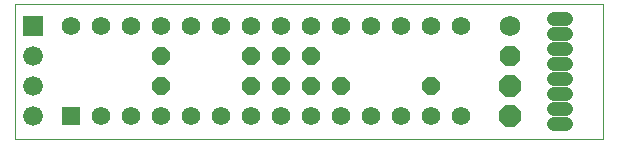
<source format=gts>
G75*
%MOIN*%
%OFA0B0*%
%FSLAX25Y25*%
%IPPOS*%
%LPD*%
%AMOC8*
5,1,8,0,0,1.08239X$1,22.5*
%
%ADD10C,0.00000*%
%ADD11R,0.06200X0.06200*%
%ADD12C,0.06200*%
%ADD13OC8,0.05800*%
%ADD14OC8,0.06900*%
%ADD15C,0.06900*%
%ADD16OC8,0.07200*%
%ADD17R,0.06600X0.06600*%
%ADD18C,0.06600*%
%ADD19C,0.04600*%
D10*
X0042595Y0003750D02*
X0042595Y0048750D01*
X0238845Y0048750D01*
X0238845Y0003750D01*
X0042595Y0003750D01*
D11*
X0061345Y0011250D03*
D12*
X0071345Y0011250D03*
X0081345Y0011250D03*
X0091345Y0011250D03*
X0101345Y0011250D03*
X0111345Y0011250D03*
X0121345Y0011250D03*
X0131345Y0011250D03*
X0141345Y0011250D03*
X0151345Y0011250D03*
X0161345Y0011250D03*
X0171345Y0011250D03*
X0181345Y0011250D03*
X0191345Y0011250D03*
X0191345Y0041250D03*
X0181345Y0041250D03*
X0171345Y0041250D03*
X0161345Y0041250D03*
X0151345Y0041250D03*
X0141345Y0041250D03*
X0131345Y0041250D03*
X0121345Y0041250D03*
X0111345Y0041250D03*
X0101345Y0041250D03*
X0091345Y0041250D03*
X0081345Y0041250D03*
X0071345Y0041250D03*
X0061345Y0041250D03*
D13*
X0091345Y0031250D03*
X0091345Y0021250D03*
X0121345Y0021250D03*
X0131345Y0021250D03*
X0141345Y0021250D03*
X0151345Y0021250D03*
X0141345Y0031250D03*
X0131345Y0031250D03*
X0121345Y0031250D03*
X0181345Y0021250D03*
D14*
X0207595Y0031250D03*
D15*
X0207595Y0041250D03*
D16*
X0207595Y0021250D03*
X0207595Y0011250D03*
D17*
X0048845Y0041250D03*
D18*
X0048845Y0031250D03*
X0048845Y0021250D03*
X0048845Y0011250D03*
D19*
X0222345Y0008750D02*
X0226345Y0008750D01*
X0226345Y0013750D02*
X0222345Y0013750D01*
X0222345Y0018750D02*
X0226345Y0018750D01*
X0226345Y0023750D02*
X0222345Y0023750D01*
X0222345Y0028750D02*
X0226345Y0028750D01*
X0226345Y0033750D02*
X0222345Y0033750D01*
X0222345Y0038750D02*
X0226345Y0038750D01*
X0226345Y0043750D02*
X0222345Y0043750D01*
M02*

</source>
